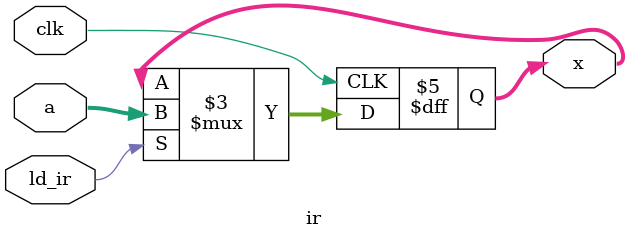
<source format=v>
module ir(
    input        clk,    // Ê±ÖÓÐÅºÅ
    input        ld_ir,  // ×°ÔØÊ¹ÄÜÐÅºÅ
    input  [7:0] a,      // 8 Î»ÊäÈë
    output reg [7:0] x   // 8 Î»Êä³ö
);

    // ³õÊ¼Öµ 00000000
    initial x = 8'b00000000;

    // ÔÚ clk ÏÂ½µÑØ£¬ld_ir = 1 Ê±£¬°Ñ×ÜÏß a ×°Èë¼Ä´æÆ÷
    always @(negedge clk) begin
        if (ld_ir)
            x <= a;
    end

endmodule
</source>
